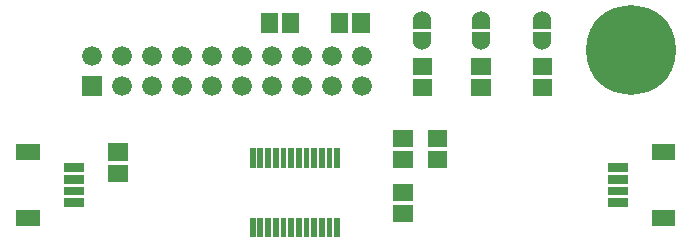
<source format=gbr>
G04 start of page 6 for group -4063 idx -4063 *
G04 Title: (unknown), componentmask *
G04 Creator: pcb 20140316 *
G04 CreationDate: Sun 30 Dec 2018 07:12:51 PM GMT UTC *
G04 For: railfan *
G04 Format: Gerber/RS-274X *
G04 PCB-Dimensions (mil): 2220.00 1040.00 *
G04 PCB-Coordinate-Origin: lower left *
%MOIN*%
%FSLAX25Y25*%
%LNTOPMASK*%
%ADD48R,0.0300X0.0300*%
%ADD47C,0.0600*%
%ADD46R,0.0532X0.0532*%
%ADD45R,0.0296X0.0296*%
%ADD44R,0.0190X0.0190*%
%ADD43R,0.0572X0.0572*%
%ADD42C,0.0660*%
%ADD41C,0.0001*%
%ADD40C,0.2997*%
G54D40*X206000Y88000D03*
G54D41*G36*
X23200Y79300D02*Y72700D01*
X29800D01*
Y79300D01*
X23200D01*
G37*
G54D42*X36500Y76000D03*
X26500Y86000D03*
X36500D03*
X56500Y76000D03*
X66500D03*
X76500D03*
X46500D03*
Y86000D03*
X56500D03*
X66500D03*
X76500D03*
X86500D03*
X96500D03*
X106500D03*
X116500D03*
X86500Y76000D03*
X96500D03*
X106500D03*
X116500D03*
G54D43*X129607Y58543D02*X130393D01*
X129607Y51457D02*X130393D01*
X129607Y33457D02*X130393D01*
X129607Y40543D02*X130393D01*
X141107Y58543D02*X141893D01*
X141107Y51457D02*X141893D01*
G54D44*X108074Y54417D02*Y49811D01*
Y52811D02*Y51417D01*
X105515Y54417D02*Y49811D01*
Y52811D02*Y51417D01*
G54D43*X34607Y46957D02*X35393D01*
X34607Y54043D02*X35393D01*
G54D45*X18430Y48906D02*X22170D01*
X18430Y44969D02*X22170D01*
X18430Y41031D02*X22170D01*
X18430Y37094D02*X22170D01*
G54D46*X3863Y54024D02*X6225D01*
X3863Y31976D02*X6225D01*
G54D44*X102956Y54417D02*Y49811D01*
Y52811D02*Y51417D01*
X100397Y54417D02*Y49811D01*
Y52811D02*Y51417D01*
X97838Y54417D02*Y49811D01*
Y52811D02*Y51417D01*
X95279Y54417D02*Y49811D01*
Y52811D02*Y51417D01*
X92721Y54417D02*Y49811D01*
Y52811D02*Y51417D01*
X90162Y54417D02*Y49811D01*
Y52811D02*Y51417D01*
X87603Y54417D02*Y49811D01*
Y52811D02*Y51417D01*
X85044Y54417D02*Y49811D01*
Y52811D02*Y51417D01*
X82485Y54417D02*Y49811D01*
Y52811D02*Y51417D01*
X79926Y54417D02*Y49811D01*
Y52811D02*Y51417D01*
Y31189D02*Y26583D01*
Y29583D02*Y28189D01*
X82485Y31189D02*Y26583D01*
Y29583D02*Y28189D01*
X85044Y31189D02*Y26583D01*
Y29583D02*Y28189D01*
X87603Y31189D02*Y26583D01*
Y29583D02*Y28189D01*
X90162Y31189D02*Y26583D01*
Y29583D02*Y28189D01*
X92721Y31189D02*Y26583D01*
Y29583D02*Y28189D01*
X95279Y31189D02*Y26583D01*
Y29583D02*Y28189D01*
X97838Y31189D02*Y26583D01*
Y29583D02*Y28189D01*
X100397Y31189D02*Y26583D01*
Y29583D02*Y28189D01*
X102956Y31189D02*Y26583D01*
Y29583D02*Y28189D01*
X105515Y31189D02*Y26583D01*
Y29583D02*Y28189D01*
X108074Y31189D02*Y26583D01*
Y29583D02*Y28189D01*
G54D45*X199830Y37094D02*X203570D01*
G54D46*X215775Y31976D02*X218137D01*
G54D45*X199830Y41031D02*X203570D01*
X199830Y44969D02*X203570D01*
X199830Y48906D02*X203570D01*
G54D46*X215775Y54024D02*X218137D01*
G54D43*X116043Y97393D02*Y96607D01*
X108957Y97393D02*Y96607D01*
X85457Y97393D02*Y96607D01*
X92543Y97393D02*Y96607D01*
X136107Y75457D02*X136893D01*
X176107D02*X176893D01*
X136107Y82543D02*X136893D01*
X176107D02*X176893D01*
G54D47*X136500Y91100D03*
G54D48*X135000Y92600D02*X138000D01*
G54D47*X176500Y91100D03*
G54D48*X175000Y92600D02*X178000D01*
G54D47*X136500Y97900D03*
G54D48*X135000Y96400D02*X138000D01*
G54D47*X176500Y97900D03*
G54D48*X175000Y96400D02*X178000D01*
G54D47*X156000Y91100D03*
G54D48*X154500Y92600D02*X157500D01*
G54D47*X156000Y97900D03*
G54D48*X154500Y96400D02*X157500D01*
G54D43*X155607Y75457D02*X156393D01*
X155607Y82543D02*X156393D01*
M02*

</source>
